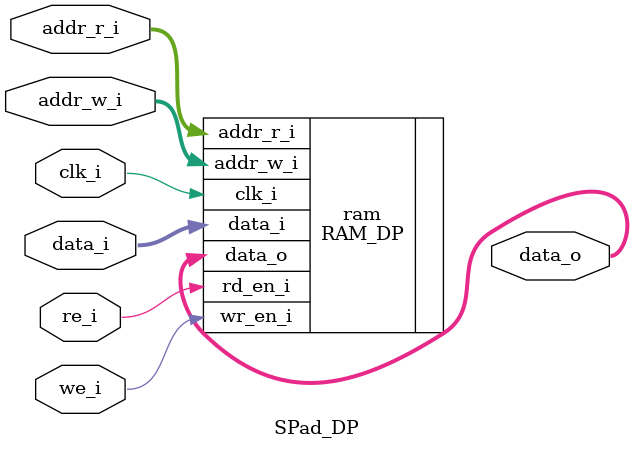
<source format=v>

`timescale 1ns / 1ps


module SPad_DP
#( 
  parameter DATA_WIDTH = 8,
  parameter ADDR_WIDTH = 10,
  
  // Hint for physical implementation.
  parameter Implementation = 0
) ( 
  input  wire                     clk_i,

  /* 
   * Remove reset port to make it clear that the
   * contents of the spad cannot simply be reset.
   * This is to make it possible to implement this SPAD
   * as an SRAM.
   */
  //input                         rst_ni,
  
  input  wire                     re_i,
  input  wire                     we_i,
  input  wire  [ADDR_WIDTH-1:0]   addr_r_i,
  input  wire  [ADDR_WIDTH-1:0]   addr_w_i,
  input  wire  [DATA_WIDTH-1:0]   data_i,
  output wire  [DATA_WIDTH-1:0]   data_o
);

  RAM_DP #(
    .AddrWidth      (ADDR_WIDTH),
    .DataWidth      (DATA_WIDTH),
    .Pipelined      (0)
  ) ram (
    .clk_i          (clk_i),
    .rd_en_i        (re_i),
    .wr_en_i        (we_i),
    .addr_r_i       (addr_r_i),
    .addr_w_i       (addr_w_i),
    .data_i         (data_i),
    .data_o         (data_o)
  );
endmodule

</source>
